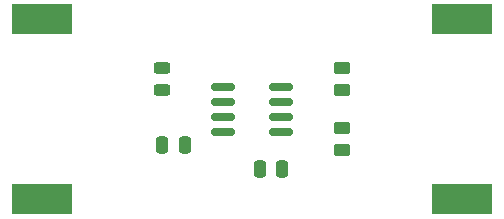
<source format=gbr>
%TF.GenerationSoftware,KiCad,Pcbnew,(6.0.7)*%
%TF.CreationDate,2022-09-19T01:01:14-07:00*%
%TF.ProjectId,Intro Project Alex Aarhus,496e7472-6f20-4507-926f-6a6563742041,rev?*%
%TF.SameCoordinates,Original*%
%TF.FileFunction,Paste,Top*%
%TF.FilePolarity,Positive*%
%FSLAX46Y46*%
G04 Gerber Fmt 4.6, Leading zero omitted, Abs format (unit mm)*
G04 Created by KiCad (PCBNEW (6.0.7)) date 2022-09-19 01:01:14*
%MOMM*%
%LPD*%
G01*
G04 APERTURE LIST*
G04 Aperture macros list*
%AMRoundRect*
0 Rectangle with rounded corners*
0 $1 Rounding radius*
0 $2 $3 $4 $5 $6 $7 $8 $9 X,Y pos of 4 corners*
0 Add a 4 corners polygon primitive as box body*
4,1,4,$2,$3,$4,$5,$6,$7,$8,$9,$2,$3,0*
0 Add four circle primitives for the rounded corners*
1,1,$1+$1,$2,$3*
1,1,$1+$1,$4,$5*
1,1,$1+$1,$6,$7*
1,1,$1+$1,$8,$9*
0 Add four rect primitives between the rounded corners*
20,1,$1+$1,$2,$3,$4,$5,0*
20,1,$1+$1,$4,$5,$6,$7,0*
20,1,$1+$1,$6,$7,$8,$9,0*
20,1,$1+$1,$8,$9,$2,$3,0*%
G04 Aperture macros list end*
%ADD10RoundRect,0.250000X-0.450000X0.262500X-0.450000X-0.262500X0.450000X-0.262500X0.450000X0.262500X0*%
%ADD11RoundRect,0.243750X0.456250X-0.243750X0.456250X0.243750X-0.456250X0.243750X-0.456250X-0.243750X0*%
%ADD12RoundRect,0.250000X0.250000X0.475000X-0.250000X0.475000X-0.250000X-0.475000X0.250000X-0.475000X0*%
%ADD13R,5.100000X2.500000*%
%ADD14RoundRect,0.250000X-0.250000X-0.475000X0.250000X-0.475000X0.250000X0.475000X-0.250000X0.475000X0*%
%ADD15RoundRect,0.150000X0.825000X0.150000X-0.825000X0.150000X-0.825000X-0.150000X0.825000X-0.150000X0*%
G04 APERTURE END LIST*
D10*
%TO.C,R2*%
X187960000Y-75287500D03*
X187960000Y-77112500D03*
%TD*%
D11*
%TO.C,D1*%
X172720000Y-72057500D03*
X172720000Y-70182500D03*
%TD*%
D12*
%TO.C,C1*%
X174620000Y-76708000D03*
X172720000Y-76708000D03*
%TD*%
D10*
%TO.C,R1*%
X187960000Y-70207500D03*
X187960000Y-72032500D03*
%TD*%
D13*
%TO.C,BT1*%
X198120000Y-66060000D03*
X198120000Y-81260000D03*
%TD*%
D14*
%TO.C,C2*%
X180980000Y-78740000D03*
X182880000Y-78740000D03*
%TD*%
D15*
%TO.C,U1*%
X182815000Y-75565000D03*
X182815000Y-74295000D03*
X182815000Y-73025000D03*
X182815000Y-71755000D03*
X177865000Y-71755000D03*
X177865000Y-73025000D03*
X177865000Y-74295000D03*
X177865000Y-75565000D03*
%TD*%
D13*
%TO.C,BT2*%
X162560000Y-81260000D03*
X162560000Y-66060000D03*
%TD*%
M02*

</source>
